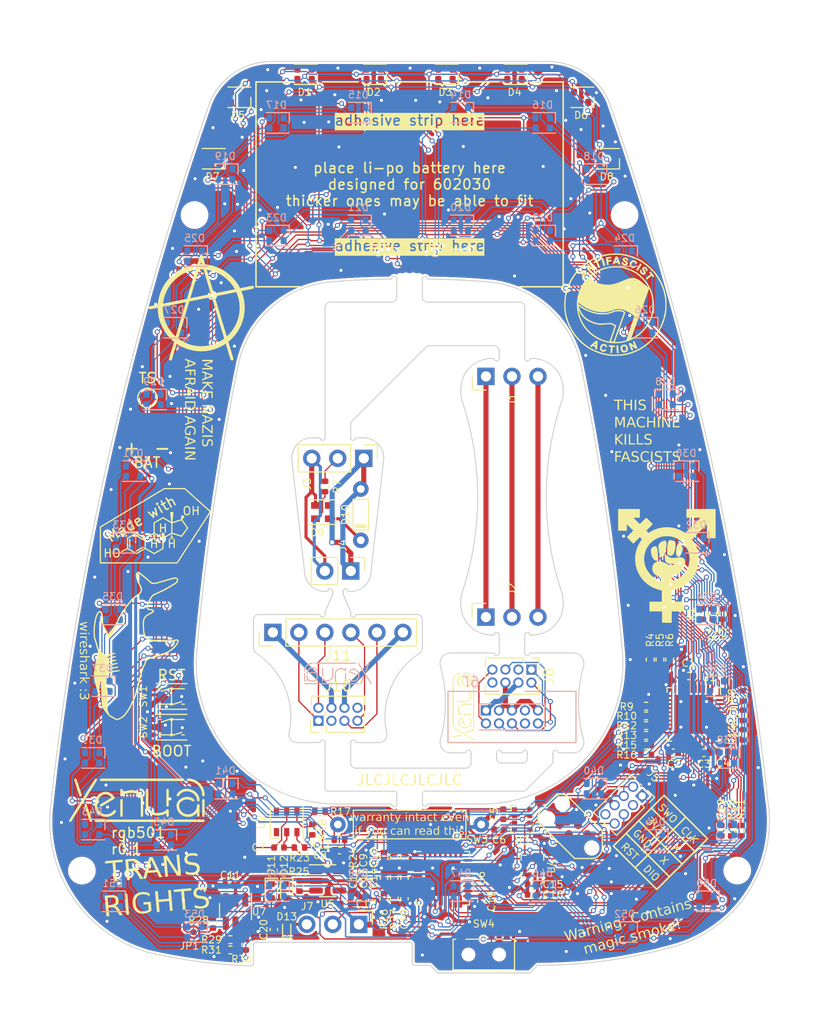
<source format=kicad_pcb>
(kicad_pcb (version 20221018) (generator pcbnew)

  (general
    (thickness 1.6)
  )

  (paper "A4")
  (title_block
    (title "Self contained addressible RGB ring for 3M 501")
    (date "2024-01-08")
    (rev "r0.1")
    (company "xenua")
  )

  (layers
    (0 "F.Cu" signal)
    (31 "B.Cu" signal)
    (32 "B.Adhes" user "B.Adhesive")
    (33 "F.Adhes" user "F.Adhesive")
    (34 "B.Paste" user)
    (35 "F.Paste" user)
    (36 "B.SilkS" user "B.Silkscreen")
    (37 "F.SilkS" user "F.Silkscreen")
    (38 "B.Mask" user)
    (39 "F.Mask" user)
    (40 "Dwgs.User" user "User.Drawings")
    (41 "Cmts.User" user "User.Comments")
    (42 "Eco1.User" user "User.Eco1")
    (43 "Eco2.User" user "User.Eco2")
    (44 "Edge.Cuts" user)
    (45 "Margin" user)
    (46 "B.CrtYd" user "B.Courtyard")
    (47 "F.CrtYd" user "F.Courtyard")
    (48 "B.Fab" user)
    (49 "F.Fab" user)
    (50 "User.1" user)
    (51 "User.2" user)
    (52 "User.3" user)
    (53 "User.4" user)
    (54 "User.5" user)
    (55 "User.6" user)
    (56 "User.7" user)
    (57 "User.8" user)
    (58 "User.9" user)
  )

  (setup
    (pad_to_mask_clearance 0)
    (pcbplotparams
      (layerselection 0x00010fc_ffffffff)
      (plot_on_all_layers_selection 0x0000000_00000000)
      (disableapertmacros false)
      (usegerberextensions false)
      (usegerberattributes true)
      (usegerberadvancedattributes true)
      (creategerberjobfile true)
      (dashed_line_dash_ratio 12.000000)
      (dashed_line_gap_ratio 3.000000)
      (svgprecision 4)
      (plotframeref false)
      (viasonmask false)
      (mode 1)
      (useauxorigin false)
      (hpglpennumber 1)
      (hpglpenspeed 20)
      (hpglpendiameter 15.000000)
      (dxfpolygonmode true)
      (dxfimperialunits true)
      (dxfusepcbnewfont true)
      (psnegative false)
      (psa4output false)
      (plotreference true)
      (plotvalue true)
      (plotinvisibletext false)
      (sketchpadsonfab false)
      (subtractmaskfromsilk false)
      (outputformat 1)
      (mirror false)
      (drillshape 1)
      (scaleselection 1)
      (outputdirectory "")
    )
  )

  (net 0 "")
  (net 1 "+BATT")
  (net 2 "GND")
  (net 3 "VCC")
  (net 4 "Net-(U1A-VCAP)")
  (net 5 "VBUS")
  (net 6 "+3V3")
  (net 7 "Net-(U5-BP)")
  (net 8 "/CS_Pressure")
  (net 9 "/COPI")
  (net 10 "/SCLK")
  (net 11 "/CIPO")
  (net 12 "/CS_Gyro")
  (net 13 "/LED Matrix/R0")
  (net 14 "/LED Matrix/G0")
  (net 15 "/LED Matrix/B0")
  (net 16 "/LED Matrix/R1")
  (net 17 "/LED Matrix/G1")
  (net 18 "/LED Matrix/B1")
  (net 19 "/LED Matrix/R2")
  (net 20 "Net-(D10-K)")
  (net 21 "unconnected-(D9-DOUT-Pad2)")
  (net 22 "Net-(D9-VSS)")
  (net 23 "/LED Matrix/G2")
  (net 24 "/LED Matrix/B2")
  (net 25 "/LED Matrix/SW0")
  (net 26 "/LED Matrix/SW1")
  (net 27 "/LED Matrix/SW2")
  (net 28 "/LED Matrix/SW3")
  (net 29 "/CHARGE_LED")
  (net 30 "/LDO_EN")
  (net 31 "Net-(D9-DIN)")
  (net 32 "Net-(JP1-A)")
  (net 33 "/LED Matrix/SW4")
  (net 34 "Net-(D10-A)")
  (net 35 "Net-(J1-Pin_1)")
  (net 36 "Net-(J1-Pin_2)")
  (net 37 "Net-(J1-Pin_3)")
  (net 38 "/SCL")
  (net 39 "/SDA")
  (net 40 "/LED Matrix/SW5")
  (net 41 "/LED Matrix/SW6")
  (net 42 "/Controller/~{RST}")
  (net 43 "/Controller/BOOT0")
  (net 44 "/Controller/SWDIO")
  (net 45 "/Controller/SWCLK")
  (net 46 "/Controller/SWO")
  (net 47 "/LED Matrix/SW7")
  (net 48 "Net-(J3-Pin_2)")
  (net 49 "/Controller/REED_SW")
  (net 50 "unconnected-(J5-KEY-Pad3)")
  (net 51 "unconnected-(J5-KEY-Pad8)")
  (net 52 "Net-(U1C-CS8)")
  (net 53 "Net-(U1C-CS7)")
  (net 54 "Net-(U1C-CS6)")
  (net 55 "Net-(U1C-CS11)")
  (net 56 "Net-(U1C-CS10)")
  (net 57 "Net-(R17-Pad2)")
  (net 58 "/LED Matrix/R3")
  (net 59 "/LED Matrix/G3")
  (net 60 "/LED Matrix/B3")
  (net 61 "/LED Matrix/R4")
  (net 62 "/LED Matrix/G4")
  (net 63 "/LED Matrix/B4")
  (net 64 "/LED Matrix/R5")
  (net 65 "/LED Matrix/G5")
  (net 66 "/LED Matrix/B5")
  (net 67 "Net-(U1C-CS9)")
  (net 68 "/Controller/CS_LEDs")
  (net 69 "/Controller/LED_VIO_EN")
  (net 70 "/Controller/LED_VSYNC")
  (net 71 "Net-(U1C-CS5)")
  (net 72 "Net-(U1C-CS12)")
  (net 73 "/VBAT_SENSE")
  (net 74 "/VBUS_DET")
  (net 75 "/~{CHG}")
  (net 76 "/INT2")
  (net 77 "/INT1")
  (net 78 "Net-(JP1-B)")
  (net 79 "Net-(U1C-CS13)")
  (net 80 "Net-(U1C-CS4)")
  (net 81 "Net-(U1C-CS14)")
  (net 82 "Net-(U1C-CS15)")
  (net 83 "Net-(U1C-CS3)")
  (net 84 "Net-(U1C-CS16)")
  (net 85 "Net-(U1C-CS17)")
  (net 86 "Net-(U1C-CS0)")
  (net 87 "Net-(U1C-CS1)")
  (net 88 "Net-(U1C-CS2)")
  (net 89 "Net-(U7-ISET)")
  (net 90 "unconnected-(SW4-C-Pad3)")
  (net 91 "unconnected-(U1A-NC-Pad19)")
  (net 92 "unconnected-(U1A-NC-Pad20)")
  (net 93 "unconnected-(U1A-NC-Pad21)")
  (net 94 "unconnected-(U2-NC-Pad1)")
  (net 95 "unconnected-(U2-NC-Pad6)")
  (net 96 "unconnected-(U6-PC14-Pad2)")
  (net 97 "unconnected-(U6-PC15-Pad3)")
  (net 98 "/Controller/DbgA_CLK")
  (net 99 "/Controller/DbgA_SWO")
  (net 100 "unconnected-(J8-KEY-Pad3)")
  (net 101 "/Controller/DbgA_VDD")
  (net 102 "/Controller/DbgA_RST")
  (net 103 "/Controller/DbgA_GND")
  (net 104 "/Controller/DbgA_DIO")
  (net 105 "unconnected-(J8-KEY-Pad8)")
  (net 106 "unconnected-(J9-KEY-Pad7)")
  (net 107 "unconnected-(J9-NC{slash}TDI-Pad8)")
  (net 108 "/Controller/DbgB_CLK")
  (net 109 "/Controller/DbgB_SWO")
  (net 110 "unconnected-(J10-KEY-Pad3)")
  (net 111 "/Controller/DbgB_VDD")
  (net 112 "/Controller/DbgB_Rst")
  (net 113 "/Controller/DbgB_GND")
  (net 114 "/Controller/DbgB_DIO")
  (net 115 "unconnected-(J10-KEY-Pad8)")

  (footprint "Resistor_SMD:R_0402_1005Metric" (layer "F.Cu") (at 132.35 136.1 -90))

  (footprint "TestPoint:TestPoint_Pad_D1.5mm" (layer "F.Cu") (at 74.4 93.85))

  (footprint "xenua:Conn_Magnet_3p" (layer "F.Cu") (at 110 91.75 90))

  (footprint "Resistor_SMD:R_0402_1005Metric" (layer "F.Cu") (at 97.5 142.75 90))

  (footprint "MountingHole:MountingHole_2.2mm_M2" (layer "F.Cu") (at 132 140))

  (footprint "Connector_PinHeader_2.54mm:PinHeader_1x03_P2.54mm_Vertical" (layer "F.Cu") (at 95.525 99.75 -90))

  (footprint "Capacitor_SMD:C_0402_1005Metric" (layer "F.Cu") (at 93.15 138 180))

  (footprint "Capacitor_SMD:C_0402_1005Metric" (layer "F.Cu") (at 93.75 143.25))

  (footprint "Connector_PinHeader_2.54mm:PinHeader_1x02_P2.54mm_Vertical" (layer "F.Cu") (at 94.26 110.75 -90))

  (footprint "Capacitor_SMD:C_0402_1005Metric" (layer "F.Cu") (at 109.15 134.5 -90))

  (footprint "Capacitor_SMD:C_0402_1005Metric" (layer "F.Cu") (at 128.75 128.5 180))

  (footprint "xenua:sig-medium" (layer "F.Cu") (at 66.865002 135.134999))

  (footprint "xenua:LED_RGB_1616" (layer "F.Cu") (at 119.25 70.5 180))

  (footprint "Resistor_SMD:R_0402_1005Metric" (layer "F.Cu") (at 123.5 119.4 90))

  (footprint "Resistor_SMD:R_0402_1005Metric" (layer "F.Cu") (at 97.5 138.75 -90))

  (footprint "Package_TO_SOT_SMD:SOT-23-6" (layer "F.Cu") (at 83 144 -90))

  (footprint "Diode_SMD:D_SOD-523" (layer "F.Cu") (at 86.5 142 -90))

  (footprint "xenua:MouseBite_NoJaggies_S" (layer "F.Cu") (at 112.75 128.5 180))

  (footprint "xenua:SW_MSK12C02-HB" (layer "F.Cu") (at 107.25 148.2))

  (footprint "Resistor_SMD:R_0402_1005Metric" (layer "F.Cu") (at 128.65 114.95 90))

  (footprint "Capacitor_SMD:C_0402_1005Metric" (layer "F.Cu") (at 108.75 136 180))

  (footprint "xenua:Conn_Magnet_3p" (layer "F.Cu") (at 92.5 145.25 -90))

  (footprint "xenua:SolderJumper-Circles-1mm" (layer "F.Cu") (at 78.9 146))

  (footprint "Resistor_SMD:R_0402_1005Metric" (layer "F.Cu") (at 132.55 122.95 90))

  (footprint "xenua:SW_Push_Alps_SKTCABE010" (layer "F.Cu") (at 76.75 126))

  (footprint "Resistor_SMD:R_0402_1005Metric" (layer "F.Cu") (at 123.1 125.85 180))

  (footprint "Resistor_SMD:R_0402_1005Metric" (layer "F.Cu") (at 84 147.25 -90))

  (footprint "MountingHole:MountingHole_2.2mm_M2" (layer "F.Cu") (at 68 140))

  (footprint "xenua:MouseBite_NoJaggies_S" (layer "F.Cu") (at 93 115))

  (footprint "Resistor_SMD:R_0402_1005Metric" (layer "F.Cu") (at 132.55 124.85 -90))

  (footprint "Capacitor_SMD:C_0402_1005Metric" (layer "F.Cu") (at 82.5 141.45 180))

  (footprint "xenua:MouseBite_NoJaggies_S" (layer "F.Cu") (at 110 118.75))

  (footprint "xenua:AHT20" (layer "F.Cu") (at 88 135.25 90))

  (footprint "Resistor_SMD:R_0402_1005Metric" (layer "F.Cu") (at 80.8 145.1 90))

  (footprint "Resistor_SMD:R_0402_1005Metric" (layer "F.Cu") (at 123.1 127.75 180))

  (footprint "Resistor_SMD:R_0402_1005Metric" (layer "F.Cu")
    (tstamp 5f933ca1-08a6-4a4f-bf5c-d3936facbb4a)
    (at 124.45 119.4 90)
    (descr "Resistor SMD 0402 (1005 Metric), square (rectangular) end terminal, IPC_7351 nominal, (Body size source: IPC-SM-782 page 72, https://www.pcb-3d.com/wordpress/wp-content/uploads/ipc-sm-782a_amendment_1_and_2.pdf), generated with kicad-footprint-generator")
    (tags "resistor")
    (property "Sheetfile" "matrix.kicad_sch")
    (property "Sheetname" "LED Matrix")
    (property "ki_description" "Resistor")
    (property "ki_keywords" "R res resistor")
    (path "/8f19bea1-2dee-4ff4-99b1-e974a6b086d8/6e208a2b-be61-400e-8663-47b2e661c075")
    (attr smd)
    (fp_text reference "R5" (at 1.9 0 90) (layer "F.SilkS")
        (effects (font (size 0.7 0.7) (thickness 0.1)))
      (tstamp 0fae49b2-507e-452d-9adf-1fb8e13a7161)
    )
    (fp_text value "0" (at 0 1.17 90) (layer "F.Fab")
        (effects (font (size 1 1) (thickness 0.15)))
      (tstamp 216e8d88-f077-4fb2-916d-6804fa2dd41a)
    )
    (fp_text user "${REFERENCE}" (at 0 0 90) (layer "F.Fab")
        (effects (font (size 0.26 0.26) (thickness 0.04)))
      (tstamp d61bd362-5223-48e9-a4a0-2c8adf5ce271)
    )
    (fp_line (start -0.153641 -0.38) (end 0.153641 -0.38)
      (stroke (width 0.12) (type solid)) (layer "F.SilkS") (tstamp 85ba83b3-2e01-4b0c-adb8-a9637f8cca98))
    (fp_line (start -0.153641 0.38) (end 0.153641 0.38)
      (stroke (width 0.12) (type solid)) (layer "F.SilkS") (tstamp f81d33ba-88dc-49fd-9bf2-1e7f7b07c867))
    (fp_line (start -0.93 -0.47) (end 0.93 -0.47)
      (stroke (width 0.05) (type solid)) (layer "F.CrtYd") (tstamp 024ca268-1cfa-4224-a25c-28b85fb32d5e))
    (fp_line (start -0.93 0.47) (end -0.93 -0.47)
      (stroke (width 0.05) (type solid)) (layer "F.CrtYd") (tstamp 3a3b5ec0-76d0-44df-9a32-6c46c54ffbaa))
    (fp_line (start 0.93 -0.47) (end 0.93 0.47)
      (stroke (width 0.05) (type solid)) (layer "F.CrtYd") (tstamp 0b633b1a-b30b-46ce-aa36-dbac02bdc0db))
    (fp_line (start 0.93 0.47) (end -0.93 0.47)
      (stroke (width 0.05) (type solid)) (layer "F.CrtYd") (tstamp 6c7d84bb-05a2-4ab1-adac-251666324ef5))
    (fp_line (start -0.525 -0.27) (end 0.525 -0.27)
      (stroke (width 0.1) (type solid)) (layer "F.Fab") (tstamp c45b8dc2-d957-4c0d-b3ce-c09482bfb414))
    (fp_line (start -0.525 0.27) (end -0.525 -0.27)
      (stroke (width 0.1) (type solid)) (layer "F.Fab") (tstamp aa92c1e8-1c2a-49e6-ad7a-fd3f63151776))
    (fp_line (start 0.525 -0.27) (end 0.525 0.27)
      (stroke (width 0.1) (type solid)) (layer "F.Fab") (tstamp 24286a15-1e09-
... [2704116 chars truncated]
</source>
